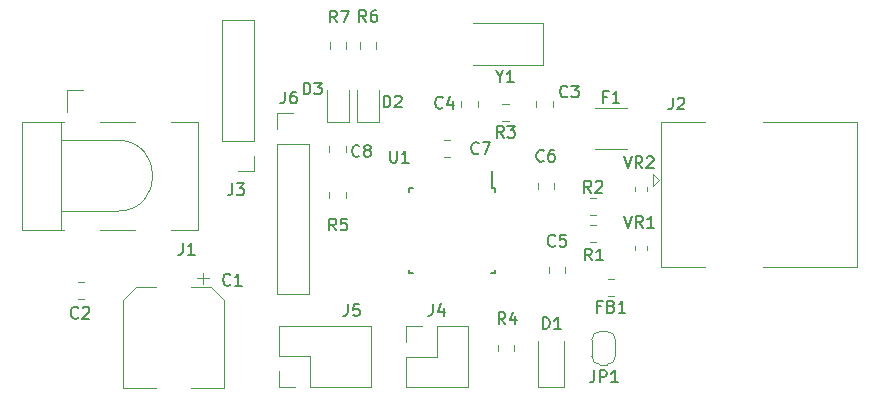
<source format=gto>
G04 #@! TF.GenerationSoftware,KiCad,Pcbnew,6.0.11+dfsg-1~bpo11+1*
G04 #@! TF.CreationDate,2023-06-13T14:06:19+00:00*
G04 #@! TF.ProjectId,t1,74312e6b-6963-4616-945f-706362585858,${git_hash}*
G04 #@! TF.SameCoordinates,Original*
G04 #@! TF.FileFunction,Legend,Top*
G04 #@! TF.FilePolarity,Positive*
%FSLAX46Y46*%
G04 Gerber Fmt 4.6, Leading zero omitted, Abs format (unit mm)*
G04 Created by KiCad (PCBNEW 6.0.11+dfsg-1~bpo11+1) date 2023-06-13 14:06:19*
%MOMM*%
%LPD*%
G01*
G04 APERTURE LIST*
%ADD10C,0.150000*%
%ADD11C,0.120000*%
G04 APERTURE END LIST*
D10*
X135672533Y-90400142D02*
X135624914Y-90447761D01*
X135482057Y-90495380D01*
X135386819Y-90495380D01*
X135243961Y-90447761D01*
X135148723Y-90352523D01*
X135101104Y-90257285D01*
X135053485Y-90066809D01*
X135053485Y-89923952D01*
X135101104Y-89733476D01*
X135148723Y-89638238D01*
X135243961Y-89543000D01*
X135386819Y-89495380D01*
X135482057Y-89495380D01*
X135624914Y-89543000D01*
X135672533Y-89590619D01*
X136624914Y-90495380D02*
X136053485Y-90495380D01*
X136339200Y-90495380D02*
X136339200Y-89495380D01*
X136243961Y-89638238D01*
X136148723Y-89733476D01*
X136053485Y-89781095D01*
X122769333Y-93194142D02*
X122721714Y-93241761D01*
X122578857Y-93289380D01*
X122483619Y-93289380D01*
X122340761Y-93241761D01*
X122245523Y-93146523D01*
X122197904Y-93051285D01*
X122150285Y-92860809D01*
X122150285Y-92717952D01*
X122197904Y-92527476D01*
X122245523Y-92432238D01*
X122340761Y-92337000D01*
X122483619Y-92289380D01*
X122578857Y-92289380D01*
X122721714Y-92337000D01*
X122769333Y-92384619D01*
X123150285Y-92384619D02*
X123197904Y-92337000D01*
X123293142Y-92289380D01*
X123531238Y-92289380D01*
X123626476Y-92337000D01*
X123674095Y-92384619D01*
X123721714Y-92479857D01*
X123721714Y-92575095D01*
X123674095Y-92717952D01*
X123102666Y-93289380D01*
X123721714Y-93289380D01*
X164196733Y-74474342D02*
X164149114Y-74521961D01*
X164006257Y-74569580D01*
X163911019Y-74569580D01*
X163768161Y-74521961D01*
X163672923Y-74426723D01*
X163625304Y-74331485D01*
X163577685Y-74141009D01*
X163577685Y-73998152D01*
X163625304Y-73807676D01*
X163672923Y-73712438D01*
X163768161Y-73617200D01*
X163911019Y-73569580D01*
X164006257Y-73569580D01*
X164149114Y-73617200D01*
X164196733Y-73664819D01*
X164530066Y-73569580D02*
X165149114Y-73569580D01*
X164815780Y-73950533D01*
X164958638Y-73950533D01*
X165053876Y-73998152D01*
X165101495Y-74045771D01*
X165149114Y-74141009D01*
X165149114Y-74379104D01*
X165101495Y-74474342D01*
X165053876Y-74521961D01*
X164958638Y-74569580D01*
X164672923Y-74569580D01*
X164577685Y-74521961D01*
X164530066Y-74474342D01*
X153630333Y-75414142D02*
X153582714Y-75461761D01*
X153439857Y-75509380D01*
X153344619Y-75509380D01*
X153201761Y-75461761D01*
X153106523Y-75366523D01*
X153058904Y-75271285D01*
X153011285Y-75080809D01*
X153011285Y-74937952D01*
X153058904Y-74747476D01*
X153106523Y-74652238D01*
X153201761Y-74557000D01*
X153344619Y-74509380D01*
X153439857Y-74509380D01*
X153582714Y-74557000D01*
X153630333Y-74604619D01*
X154487476Y-74842714D02*
X154487476Y-75509380D01*
X154249380Y-74461761D02*
X154011285Y-75176047D01*
X154630333Y-75176047D01*
X163155333Y-87098142D02*
X163107714Y-87145761D01*
X162964857Y-87193380D01*
X162869619Y-87193380D01*
X162726761Y-87145761D01*
X162631523Y-87050523D01*
X162583904Y-86955285D01*
X162536285Y-86764809D01*
X162536285Y-86621952D01*
X162583904Y-86431476D01*
X162631523Y-86336238D01*
X162726761Y-86241000D01*
X162869619Y-86193380D01*
X162964857Y-86193380D01*
X163107714Y-86241000D01*
X163155333Y-86288619D01*
X164060095Y-86193380D02*
X163583904Y-86193380D01*
X163536285Y-86669571D01*
X163583904Y-86621952D01*
X163679142Y-86574333D01*
X163917238Y-86574333D01*
X164012476Y-86621952D01*
X164060095Y-86669571D01*
X164107714Y-86764809D01*
X164107714Y-87002904D01*
X164060095Y-87098142D01*
X164012476Y-87145761D01*
X163917238Y-87193380D01*
X163679142Y-87193380D01*
X163583904Y-87145761D01*
X163536285Y-87098142D01*
X156678333Y-79274942D02*
X156630714Y-79322561D01*
X156487857Y-79370180D01*
X156392619Y-79370180D01*
X156249761Y-79322561D01*
X156154523Y-79227323D01*
X156106904Y-79132085D01*
X156059285Y-78941609D01*
X156059285Y-78798752D01*
X156106904Y-78608276D01*
X156154523Y-78513038D01*
X156249761Y-78417800D01*
X156392619Y-78370180D01*
X156487857Y-78370180D01*
X156630714Y-78417800D01*
X156678333Y-78465419D01*
X157011666Y-78370180D02*
X157678333Y-78370180D01*
X157249761Y-79370180D01*
X146594533Y-79503542D02*
X146546914Y-79551161D01*
X146404057Y-79598780D01*
X146308819Y-79598780D01*
X146165961Y-79551161D01*
X146070723Y-79455923D01*
X146023104Y-79360685D01*
X145975485Y-79170209D01*
X145975485Y-79027352D01*
X146023104Y-78836876D01*
X146070723Y-78741638D01*
X146165961Y-78646400D01*
X146308819Y-78598780D01*
X146404057Y-78598780D01*
X146546914Y-78646400D01*
X146594533Y-78694019D01*
X147165961Y-79027352D02*
X147070723Y-78979733D01*
X147023104Y-78932114D01*
X146975485Y-78836876D01*
X146975485Y-78789257D01*
X147023104Y-78694019D01*
X147070723Y-78646400D01*
X147165961Y-78598780D01*
X147356438Y-78598780D01*
X147451676Y-78646400D01*
X147499295Y-78694019D01*
X147546914Y-78789257D01*
X147546914Y-78836876D01*
X147499295Y-78932114D01*
X147451676Y-78979733D01*
X147356438Y-79027352D01*
X147165961Y-79027352D01*
X147070723Y-79074971D01*
X147023104Y-79122590D01*
X146975485Y-79217828D01*
X146975485Y-79408304D01*
X147023104Y-79503542D01*
X147070723Y-79551161D01*
X147165961Y-79598780D01*
X147356438Y-79598780D01*
X147451676Y-79551161D01*
X147499295Y-79503542D01*
X147546914Y-79408304D01*
X147546914Y-79217828D01*
X147499295Y-79122590D01*
X147451676Y-79074971D01*
X147356438Y-79027352D01*
X162126704Y-94178380D02*
X162126704Y-93178380D01*
X162364800Y-93178380D01*
X162507657Y-93226000D01*
X162602895Y-93321238D01*
X162650514Y-93416476D01*
X162698133Y-93606952D01*
X162698133Y-93749809D01*
X162650514Y-93940285D01*
X162602895Y-94035523D01*
X162507657Y-94130761D01*
X162364800Y-94178380D01*
X162126704Y-94178380D01*
X163650514Y-94178380D02*
X163079085Y-94178380D01*
X163364800Y-94178380D02*
X163364800Y-93178380D01*
X163269561Y-93321238D01*
X163174323Y-93416476D01*
X163079085Y-93464095D01*
X148639304Y-75407780D02*
X148639304Y-74407780D01*
X148877400Y-74407780D01*
X149020257Y-74455400D01*
X149115495Y-74550638D01*
X149163114Y-74645876D01*
X149210733Y-74836352D01*
X149210733Y-74979209D01*
X149163114Y-75169685D01*
X149115495Y-75264923D01*
X149020257Y-75360161D01*
X148877400Y-75407780D01*
X148639304Y-75407780D01*
X149591685Y-74503019D02*
X149639304Y-74455400D01*
X149734542Y-74407780D01*
X149972638Y-74407780D01*
X150067876Y-74455400D01*
X150115495Y-74503019D01*
X150163114Y-74598257D01*
X150163114Y-74693495D01*
X150115495Y-74836352D01*
X149544066Y-75407780D01*
X150163114Y-75407780D01*
X141857504Y-74315580D02*
X141857504Y-73315580D01*
X142095600Y-73315580D01*
X142238457Y-73363200D01*
X142333695Y-73458438D01*
X142381314Y-73553676D01*
X142428933Y-73744152D01*
X142428933Y-73887009D01*
X142381314Y-74077485D01*
X142333695Y-74172723D01*
X142238457Y-74267961D01*
X142095600Y-74315580D01*
X141857504Y-74315580D01*
X142762266Y-73315580D02*
X143381314Y-73315580D01*
X143047980Y-73696533D01*
X143190838Y-73696533D01*
X143286076Y-73744152D01*
X143333695Y-73791771D01*
X143381314Y-73887009D01*
X143381314Y-74125104D01*
X143333695Y-74220342D01*
X143286076Y-74267961D01*
X143190838Y-74315580D01*
X142905123Y-74315580D01*
X142809885Y-74267961D01*
X142762266Y-74220342D01*
X167560666Y-74494571D02*
X167227333Y-74494571D01*
X167227333Y-75018380D02*
X167227333Y-74018380D01*
X167703523Y-74018380D01*
X168608285Y-75018380D02*
X168036857Y-75018380D01*
X168322571Y-75018380D02*
X168322571Y-74018380D01*
X168227333Y-74161238D01*
X168132095Y-74256476D01*
X168036857Y-74304095D01*
X167060666Y-92256571D02*
X166727333Y-92256571D01*
X166727333Y-92780380D02*
X166727333Y-91780380D01*
X167203523Y-91780380D01*
X167917809Y-92256571D02*
X168060666Y-92304190D01*
X168108285Y-92351809D01*
X168155904Y-92447047D01*
X168155904Y-92589904D01*
X168108285Y-92685142D01*
X168060666Y-92732761D01*
X167965428Y-92780380D01*
X167584476Y-92780380D01*
X167584476Y-91780380D01*
X167917809Y-91780380D01*
X168013047Y-91828000D01*
X168060666Y-91875619D01*
X168108285Y-91970857D01*
X168108285Y-92066095D01*
X168060666Y-92161333D01*
X168013047Y-92208952D01*
X167917809Y-92256571D01*
X167584476Y-92256571D01*
X169108285Y-92780380D02*
X168536857Y-92780380D01*
X168822571Y-92780380D02*
X168822571Y-91780380D01*
X168727333Y-91923238D01*
X168632095Y-92018476D01*
X168536857Y-92066095D01*
X131645066Y-86904580D02*
X131645066Y-87618866D01*
X131597447Y-87761723D01*
X131502209Y-87856961D01*
X131359352Y-87904580D01*
X131264114Y-87904580D01*
X132645066Y-87904580D02*
X132073638Y-87904580D01*
X132359352Y-87904580D02*
X132359352Y-86904580D01*
X132264114Y-87047438D01*
X132168876Y-87142676D01*
X132073638Y-87190295D01*
X135810666Y-81849980D02*
X135810666Y-82564266D01*
X135763047Y-82707123D01*
X135667809Y-82802361D01*
X135524952Y-82849980D01*
X135429714Y-82849980D01*
X136191619Y-81849980D02*
X136810666Y-81849980D01*
X136477333Y-82230933D01*
X136620190Y-82230933D01*
X136715428Y-82278552D01*
X136763047Y-82326171D01*
X136810666Y-82421409D01*
X136810666Y-82659504D01*
X136763047Y-82754742D01*
X136715428Y-82802361D01*
X136620190Y-82849980D01*
X136334476Y-82849980D01*
X136239238Y-82802361D01*
X136191619Y-82754742D01*
X152803266Y-92060780D02*
X152803266Y-92775066D01*
X152755647Y-92917923D01*
X152660409Y-93013161D01*
X152517552Y-93060780D01*
X152422314Y-93060780D01*
X153708028Y-92394114D02*
X153708028Y-93060780D01*
X153469933Y-92013161D02*
X153231838Y-92727447D01*
X153850885Y-92727447D01*
X145615066Y-92060780D02*
X145615066Y-92775066D01*
X145567447Y-92917923D01*
X145472209Y-93013161D01*
X145329352Y-93060780D01*
X145234114Y-93060780D01*
X146567447Y-92060780D02*
X146091257Y-92060780D01*
X146043638Y-92536971D01*
X146091257Y-92489352D01*
X146186495Y-92441733D01*
X146424590Y-92441733D01*
X146519828Y-92489352D01*
X146567447Y-92536971D01*
X146615066Y-92632209D01*
X146615066Y-92870304D01*
X146567447Y-92965542D01*
X146519828Y-93013161D01*
X146424590Y-93060780D01*
X146186495Y-93060780D01*
X146091257Y-93013161D01*
X146043638Y-92965542D01*
X140281066Y-74077580D02*
X140281066Y-74791866D01*
X140233447Y-74934723D01*
X140138209Y-75029961D01*
X139995352Y-75077580D01*
X139900114Y-75077580D01*
X141185828Y-74077580D02*
X140995352Y-74077580D01*
X140900114Y-74125200D01*
X140852495Y-74172819D01*
X140757257Y-74315676D01*
X140709638Y-74506152D01*
X140709638Y-74887104D01*
X140757257Y-74982342D01*
X140804876Y-75029961D01*
X140900114Y-75077580D01*
X141090590Y-75077580D01*
X141185828Y-75029961D01*
X141233447Y-74982342D01*
X141281066Y-74887104D01*
X141281066Y-74649009D01*
X141233447Y-74553771D01*
X141185828Y-74506152D01*
X141090590Y-74458533D01*
X140900114Y-74458533D01*
X140804876Y-74506152D01*
X140757257Y-74553771D01*
X140709638Y-74649009D01*
X166476466Y-97674180D02*
X166476466Y-98388466D01*
X166428847Y-98531323D01*
X166333609Y-98626561D01*
X166190752Y-98674180D01*
X166095514Y-98674180D01*
X166952657Y-98674180D02*
X166952657Y-97674180D01*
X167333609Y-97674180D01*
X167428847Y-97721800D01*
X167476466Y-97769419D01*
X167524085Y-97864657D01*
X167524085Y-98007514D01*
X167476466Y-98102752D01*
X167428847Y-98150371D01*
X167333609Y-98197990D01*
X166952657Y-98197990D01*
X168476466Y-98674180D02*
X167905038Y-98674180D01*
X168190752Y-98674180D02*
X168190752Y-97674180D01*
X168095514Y-97817038D01*
X168000276Y-97912276D01*
X167905038Y-97959895D01*
X166279533Y-88361780D02*
X165946200Y-87885590D01*
X165708104Y-88361780D02*
X165708104Y-87361780D01*
X166089057Y-87361780D01*
X166184295Y-87409400D01*
X166231914Y-87457019D01*
X166279533Y-87552257D01*
X166279533Y-87695114D01*
X166231914Y-87790352D01*
X166184295Y-87837971D01*
X166089057Y-87885590D01*
X165708104Y-87885590D01*
X167231914Y-88361780D02*
X166660485Y-88361780D01*
X166946200Y-88361780D02*
X166946200Y-87361780D01*
X166850961Y-87504638D01*
X166755723Y-87599876D01*
X166660485Y-87647495D01*
X166203333Y-82622380D02*
X165870000Y-82146190D01*
X165631904Y-82622380D02*
X165631904Y-81622380D01*
X166012857Y-81622380D01*
X166108095Y-81670000D01*
X166155714Y-81717619D01*
X166203333Y-81812857D01*
X166203333Y-81955714D01*
X166155714Y-82050952D01*
X166108095Y-82098571D01*
X166012857Y-82146190D01*
X165631904Y-82146190D01*
X166584285Y-81717619D02*
X166631904Y-81670000D01*
X166727142Y-81622380D01*
X166965238Y-81622380D01*
X167060476Y-81670000D01*
X167108095Y-81717619D01*
X167155714Y-81812857D01*
X167155714Y-81908095D01*
X167108095Y-82050952D01*
X166536666Y-82622380D01*
X167155714Y-82622380D01*
X158791333Y-77980380D02*
X158458000Y-77504190D01*
X158219904Y-77980380D02*
X158219904Y-76980380D01*
X158600857Y-76980380D01*
X158696095Y-77028000D01*
X158743714Y-77075619D01*
X158791333Y-77170857D01*
X158791333Y-77313714D01*
X158743714Y-77408952D01*
X158696095Y-77456571D01*
X158600857Y-77504190D01*
X158219904Y-77504190D01*
X159124666Y-76980380D02*
X159743714Y-76980380D01*
X159410380Y-77361333D01*
X159553238Y-77361333D01*
X159648476Y-77408952D01*
X159696095Y-77456571D01*
X159743714Y-77551809D01*
X159743714Y-77789904D01*
X159696095Y-77885142D01*
X159648476Y-77932761D01*
X159553238Y-77980380D01*
X159267523Y-77980380D01*
X159172285Y-77932761D01*
X159124666Y-77885142D01*
X158938933Y-93771980D02*
X158605600Y-93295790D01*
X158367504Y-93771980D02*
X158367504Y-92771980D01*
X158748457Y-92771980D01*
X158843695Y-92819600D01*
X158891314Y-92867219D01*
X158938933Y-92962457D01*
X158938933Y-93105314D01*
X158891314Y-93200552D01*
X158843695Y-93248171D01*
X158748457Y-93295790D01*
X158367504Y-93295790D01*
X159796076Y-93105314D02*
X159796076Y-93771980D01*
X159557980Y-92724361D02*
X159319885Y-93438647D01*
X159938933Y-93438647D01*
X144613333Y-85821780D02*
X144280000Y-85345590D01*
X144041904Y-85821780D02*
X144041904Y-84821780D01*
X144422857Y-84821780D01*
X144518095Y-84869400D01*
X144565714Y-84917019D01*
X144613333Y-85012257D01*
X144613333Y-85155114D01*
X144565714Y-85250352D01*
X144518095Y-85297971D01*
X144422857Y-85345590D01*
X144041904Y-85345590D01*
X145518095Y-84821780D02*
X145041904Y-84821780D01*
X144994285Y-85297971D01*
X145041904Y-85250352D01*
X145137142Y-85202733D01*
X145375238Y-85202733D01*
X145470476Y-85250352D01*
X145518095Y-85297971D01*
X145565714Y-85393209D01*
X145565714Y-85631304D01*
X145518095Y-85726542D01*
X145470476Y-85774161D01*
X145375238Y-85821780D01*
X145137142Y-85821780D01*
X145041904Y-85774161D01*
X144994285Y-85726542D01*
X147153333Y-68168780D02*
X146820000Y-67692590D01*
X146581904Y-68168780D02*
X146581904Y-67168780D01*
X146962857Y-67168780D01*
X147058095Y-67216400D01*
X147105714Y-67264019D01*
X147153333Y-67359257D01*
X147153333Y-67502114D01*
X147105714Y-67597352D01*
X147058095Y-67644971D01*
X146962857Y-67692590D01*
X146581904Y-67692590D01*
X148010476Y-67168780D02*
X147820000Y-67168780D01*
X147724761Y-67216400D01*
X147677142Y-67264019D01*
X147581904Y-67406876D01*
X147534285Y-67597352D01*
X147534285Y-67978304D01*
X147581904Y-68073542D01*
X147629523Y-68121161D01*
X147724761Y-68168780D01*
X147915238Y-68168780D01*
X148010476Y-68121161D01*
X148058095Y-68073542D01*
X148105714Y-67978304D01*
X148105714Y-67740209D01*
X148058095Y-67644971D01*
X148010476Y-67597352D01*
X147915238Y-67549733D01*
X147724761Y-67549733D01*
X147629523Y-67597352D01*
X147581904Y-67644971D01*
X147534285Y-67740209D01*
X144689533Y-68219580D02*
X144356200Y-67743390D01*
X144118104Y-68219580D02*
X144118104Y-67219580D01*
X144499057Y-67219580D01*
X144594295Y-67267200D01*
X144641914Y-67314819D01*
X144689533Y-67410057D01*
X144689533Y-67552914D01*
X144641914Y-67648152D01*
X144594295Y-67695771D01*
X144499057Y-67743390D01*
X144118104Y-67743390D01*
X145022866Y-67219580D02*
X145689533Y-67219580D01*
X145260961Y-68219580D01*
X169022876Y-84593180D02*
X169356209Y-85593180D01*
X169689542Y-84593180D01*
X170594304Y-85593180D02*
X170260971Y-85116990D01*
X170022876Y-85593180D02*
X170022876Y-84593180D01*
X170403828Y-84593180D01*
X170499066Y-84640800D01*
X170546685Y-84688419D01*
X170594304Y-84783657D01*
X170594304Y-84926514D01*
X170546685Y-85021752D01*
X170499066Y-85069371D01*
X170403828Y-85116990D01*
X170022876Y-85116990D01*
X171546685Y-85593180D02*
X170975257Y-85593180D01*
X171260971Y-85593180D02*
X171260971Y-84593180D01*
X171165733Y-84736038D01*
X171070495Y-84831276D01*
X170975257Y-84878895D01*
X158451609Y-72803990D02*
X158451609Y-73280180D01*
X158118276Y-72280180D02*
X158451609Y-72803990D01*
X158784942Y-72280180D01*
X159642085Y-73280180D02*
X159070657Y-73280180D01*
X159356371Y-73280180D02*
X159356371Y-72280180D01*
X159261133Y-72423038D01*
X159165895Y-72518276D01*
X159070657Y-72565895D01*
X173097866Y-74585580D02*
X173097866Y-75299866D01*
X173050247Y-75442723D01*
X172955009Y-75537961D01*
X172812152Y-75585580D01*
X172716914Y-75585580D01*
X173526438Y-74680819D02*
X173574057Y-74633200D01*
X173669295Y-74585580D01*
X173907390Y-74585580D01*
X174002628Y-74633200D01*
X174050247Y-74680819D01*
X174097866Y-74776057D01*
X174097866Y-74871295D01*
X174050247Y-75014152D01*
X173478819Y-75585580D01*
X174097866Y-75585580D01*
X149199695Y-79081380D02*
X149199695Y-79890904D01*
X149247314Y-79986142D01*
X149294933Y-80033761D01*
X149390171Y-80081380D01*
X149580647Y-80081380D01*
X149675885Y-80033761D01*
X149723504Y-79986142D01*
X149771123Y-79890904D01*
X149771123Y-79081380D01*
X150771123Y-80081380D02*
X150199695Y-80081380D01*
X150485409Y-80081380D02*
X150485409Y-79081380D01*
X150390171Y-79224238D01*
X150294933Y-79319476D01*
X150199695Y-79367095D01*
X168972076Y-79563980D02*
X169305409Y-80563980D01*
X169638742Y-79563980D01*
X170543504Y-80563980D02*
X170210171Y-80087790D01*
X169972076Y-80563980D02*
X169972076Y-79563980D01*
X170353028Y-79563980D01*
X170448266Y-79611600D01*
X170495885Y-79659219D01*
X170543504Y-79754457D01*
X170543504Y-79897314D01*
X170495885Y-79992552D01*
X170448266Y-80040171D01*
X170353028Y-80087790D01*
X169972076Y-80087790D01*
X170924457Y-79659219D02*
X170972076Y-79611600D01*
X171067314Y-79563980D01*
X171305409Y-79563980D01*
X171400647Y-79611600D01*
X171448266Y-79659219D01*
X171495885Y-79754457D01*
X171495885Y-79849695D01*
X171448266Y-79992552D01*
X170876838Y-80563980D01*
X171495885Y-80563980D01*
X162190133Y-79909942D02*
X162142514Y-79957561D01*
X161999657Y-80005180D01*
X161904419Y-80005180D01*
X161761561Y-79957561D01*
X161666323Y-79862323D01*
X161618704Y-79767085D01*
X161571085Y-79576609D01*
X161571085Y-79433752D01*
X161618704Y-79243276D01*
X161666323Y-79148038D01*
X161761561Y-79052800D01*
X161904419Y-79005180D01*
X161999657Y-79005180D01*
X162142514Y-79052800D01*
X162190133Y-79100419D01*
X163047276Y-79005180D02*
X162856800Y-79005180D01*
X162761561Y-79052800D01*
X162713942Y-79100419D01*
X162618704Y-79243276D01*
X162571085Y-79433752D01*
X162571085Y-79814704D01*
X162618704Y-79909942D01*
X162666323Y-79957561D01*
X162761561Y-80005180D01*
X162952038Y-80005180D01*
X163047276Y-79957561D01*
X163094895Y-79909942D01*
X163142514Y-79814704D01*
X163142514Y-79576609D01*
X163094895Y-79481371D01*
X163047276Y-79433752D01*
X162952038Y-79386133D01*
X162761561Y-79386133D01*
X162666323Y-79433752D01*
X162618704Y-79481371D01*
X162571085Y-79576609D01*
D11*
X127639837Y-90634400D02*
X126575400Y-91698837D01*
X133345400Y-89394400D02*
X133345400Y-90394400D01*
X135095400Y-99154400D02*
X132345400Y-99154400D01*
X127639837Y-90634400D02*
X129325400Y-90634400D01*
X126575400Y-99154400D02*
X129325400Y-99154400D01*
X126575400Y-91698837D02*
X126575400Y-99154400D01*
X134030963Y-90634400D02*
X135095400Y-91698837D01*
X135095400Y-91698837D02*
X135095400Y-99154400D01*
X133845400Y-89894400D02*
X132845400Y-89894400D01*
X134030963Y-90634400D02*
X132345400Y-90634400D01*
X122741422Y-90190000D02*
X123258578Y-90190000D01*
X122741422Y-91610000D02*
X123258578Y-91610000D01*
X161550000Y-74857422D02*
X161550000Y-75374578D01*
X162970000Y-74857422D02*
X162970000Y-75374578D01*
X156620000Y-74857422D02*
X156620000Y-75374578D01*
X155200000Y-74857422D02*
X155200000Y-75374578D01*
X164032000Y-88895422D02*
X164032000Y-89412578D01*
X162612000Y-88895422D02*
X162612000Y-89412578D01*
X153716222Y-78157000D02*
X154233378Y-78157000D01*
X153716222Y-79577000D02*
X154233378Y-79577000D01*
X145464600Y-79227178D02*
X145464600Y-78710022D01*
X144044600Y-79227178D02*
X144044600Y-78710022D01*
X163949000Y-99059000D02*
X163949000Y-95174000D01*
X161679000Y-95174000D02*
X161679000Y-99059000D01*
X161679000Y-99059000D02*
X163949000Y-99059000D01*
X146360000Y-76635000D02*
X148280000Y-76635000D01*
X146360000Y-73950000D02*
X146360000Y-76635000D01*
X148280000Y-76635000D02*
X148280000Y-73950000D01*
X143820000Y-76635000D02*
X145740000Y-76635000D01*
X145740000Y-76635000D02*
X145740000Y-73950000D01*
X143820000Y-73950000D02*
X143820000Y-76635000D01*
X166507748Y-75506000D02*
X169280252Y-75506000D01*
X166507748Y-78926000D02*
X169280252Y-78926000D01*
X168152578Y-91388000D02*
X167635422Y-91388000D01*
X168152578Y-89968000D02*
X167635422Y-89968000D01*
X121300000Y-84200000D02*
X126100000Y-84200000D01*
X123180000Y-73940000D02*
X121840000Y-73940000D01*
X130600000Y-85760000D02*
X132910000Y-85760000D01*
X117990000Y-76640000D02*
X121600000Y-76640000D01*
X130600000Y-76640000D02*
X132910000Y-76640000D01*
X117990000Y-85760000D02*
X121600000Y-85760000D01*
X121300000Y-78200000D02*
X126100000Y-78200000D01*
X124600000Y-85760000D02*
X127600000Y-85760000D01*
X121300000Y-85760000D02*
X121300000Y-76640000D01*
X117990000Y-85760000D02*
X117990000Y-76640000D01*
X121840000Y-73940000D02*
X121840000Y-75840000D01*
X124600000Y-76640000D02*
X127600000Y-76640000D01*
X132910000Y-85760000D02*
X132910000Y-76640000D01*
X126100000Y-84200000D02*
G75*
G03*
X126100000Y-78200000I0J3000000D01*
G01*
X134970000Y-78230000D02*
X134970000Y-68010000D01*
X137630000Y-78230000D02*
X137630000Y-68010000D01*
X137630000Y-79500000D02*
X137630000Y-80830000D01*
X137630000Y-80830000D02*
X136300000Y-80830000D01*
X137630000Y-78230000D02*
X134970000Y-78230000D01*
X137630000Y-68010000D02*
X134970000Y-68010000D01*
X150562000Y-99120000D02*
X155762000Y-99120000D01*
X153162000Y-93920000D02*
X155762000Y-93920000D01*
X153162000Y-96520000D02*
X153162000Y-93920000D01*
X150562000Y-96520000D02*
X153162000Y-96520000D01*
X150562000Y-93920000D02*
X151892000Y-93920000D01*
X155762000Y-93920000D02*
X155762000Y-99120000D01*
X150562000Y-96520000D02*
X150562000Y-99120000D01*
X150562000Y-95250000D02*
X150562000Y-93920000D01*
X139792400Y-99094600D02*
X139792400Y-97764600D01*
X141122400Y-99094600D02*
X139792400Y-99094600D01*
X139792400Y-93894600D02*
X147532400Y-93894600D01*
X147532400Y-99094600D02*
X147532400Y-93894600D01*
X139792400Y-96494600D02*
X139792400Y-93894600D01*
X142392400Y-99094600D02*
X147532400Y-99094600D01*
X142392400Y-99094600D02*
X142392400Y-96494600D01*
X142392400Y-96494600D02*
X139792400Y-96494600D01*
X139640000Y-78486000D02*
X139640000Y-91246000D01*
X142300000Y-78486000D02*
X142300000Y-91246000D01*
X139640000Y-91246000D02*
X142300000Y-91246000D01*
X139640000Y-78486000D02*
X142300000Y-78486000D01*
X139640000Y-75886000D02*
X140970000Y-75886000D01*
X139640000Y-77216000D02*
X139640000Y-75886000D01*
X167559000Y-97183400D02*
X166959000Y-97183400D01*
X166259000Y-96483400D02*
X166259000Y-95083400D01*
X168259000Y-95083400D02*
X168259000Y-96483400D01*
X166959000Y-94383400D02*
X167559000Y-94383400D01*
X166959000Y-94383400D02*
G75*
G03*
X166259000Y-95083400I-1J-699999D01*
G01*
X168259000Y-95083400D02*
G75*
G03*
X167559000Y-94383400I-699999J1D01*
G01*
X166259000Y-96483400D02*
G75*
G03*
X166959000Y-97183400I700000J0D01*
G01*
X167559000Y-97183400D02*
G75*
G03*
X168259000Y-96483400I0J700000D01*
G01*
X166111422Y-85396000D02*
X166628578Y-85396000D01*
X166111422Y-86816000D02*
X166628578Y-86816000D01*
X166111422Y-84530000D02*
X166628578Y-84530000D01*
X166111422Y-83110000D02*
X166628578Y-83110000D01*
X159216578Y-76588000D02*
X158699422Y-76588000D01*
X159216578Y-75168000D02*
X158699422Y-75168000D01*
X158294000Y-96016578D02*
X158294000Y-95499422D01*
X159714000Y-96016578D02*
X159714000Y-95499422D01*
X145464600Y-82545422D02*
X145464600Y-83062578D01*
X144044600Y-82545422D02*
X144044600Y-83062578D01*
X148030000Y-69916222D02*
X148030000Y-70433378D01*
X146610000Y-69916222D02*
X146610000Y-70433378D01*
X144070000Y-69916222D02*
X144070000Y-70433378D01*
X145490000Y-69916222D02*
X145490000Y-70433378D01*
X170944000Y-87187721D02*
X170944000Y-87513279D01*
X169924000Y-87187721D02*
X169924000Y-87513279D01*
X162127800Y-71827800D02*
X162127800Y-68227800D01*
X162127800Y-68227800D02*
X156227800Y-68227800D01*
X156227800Y-71827800D02*
X162127800Y-71827800D01*
X172132000Y-76674000D02*
X175882000Y-76674000D01*
X188752000Y-76674000D02*
X180782000Y-76674000D01*
X171432000Y-81034000D02*
X171432000Y-82034000D01*
X171932000Y-81534000D02*
X171432000Y-81034000D01*
X172132000Y-88894000D02*
X172132000Y-76674000D01*
X188752000Y-88894000D02*
X180782000Y-88894000D01*
X188752000Y-88894000D02*
X188752000Y-76674000D01*
X171432000Y-82034000D02*
X171932000Y-81534000D01*
X172132000Y-88894000D02*
X175882000Y-88894000D01*
D10*
X158057000Y-89477000D02*
X157732000Y-89477000D01*
X158057000Y-89477000D02*
X158057000Y-89152000D01*
X150807000Y-82227000D02*
X151132000Y-82227000D01*
X150807000Y-89477000D02*
X151132000Y-89477000D01*
X158057000Y-82227000D02*
X157832000Y-82227000D01*
X158057000Y-82227000D02*
X158057000Y-82552000D01*
X150807000Y-82227000D02*
X150807000Y-82552000D01*
X157832000Y-82227000D02*
X157832000Y-80802000D01*
X150807000Y-89477000D02*
X150807000Y-89152000D01*
D11*
X170944000Y-82484179D02*
X170944000Y-82158621D01*
X169924000Y-82484179D02*
X169924000Y-82158621D01*
X161672200Y-82325978D02*
X161672200Y-81808822D01*
X163092200Y-82325978D02*
X163092200Y-81808822D01*
M02*

</source>
